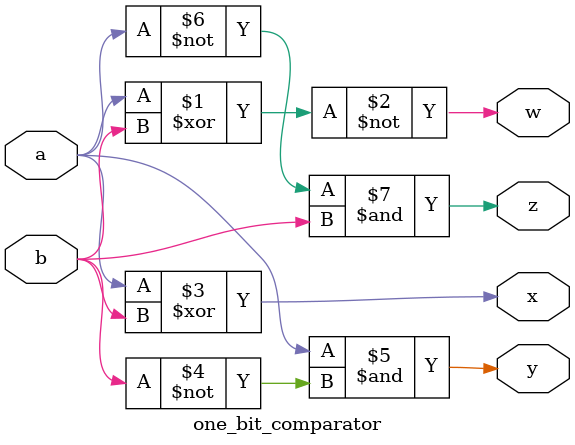
<source format=v>
`timescale 1ns / 1ps

/*
Company: Sogang University
Engineer: G_EEE3
Create Date: 2021/10/07 15:42:06
Module Name: one_bit_comparator
*/

module one_bit_comparator(
    input a, b,
    output w, x, y, z
);

assign w = ~(a ^ b);
assign x = a ^ b;
assign y = a & ~b;
assign z = ~a & b;

endmodule
</source>
